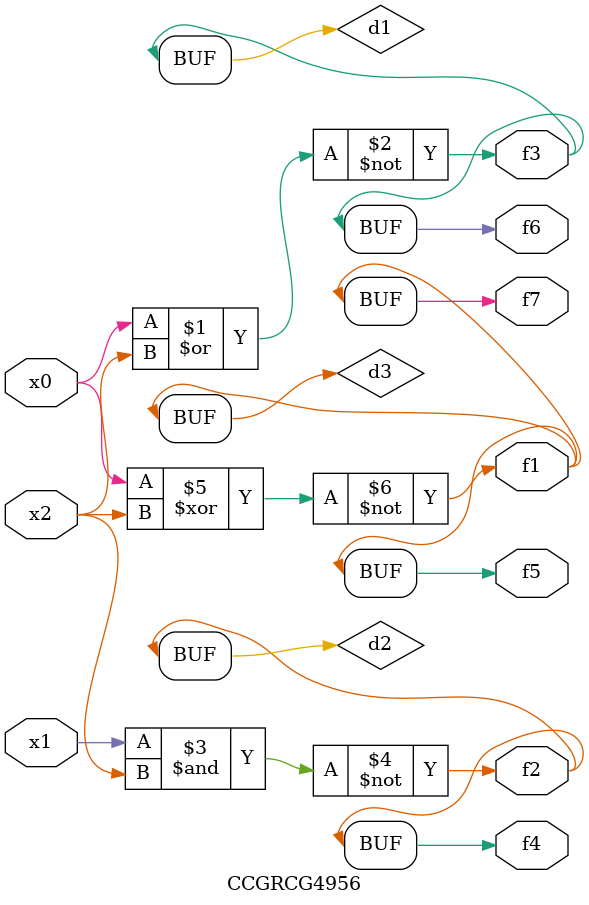
<source format=v>
module CCGRCG4956(
	input x0, x1, x2,
	output f1, f2, f3, f4, f5, f6, f7
);

	wire d1, d2, d3;

	nor (d1, x0, x2);
	nand (d2, x1, x2);
	xnor (d3, x0, x2);
	assign f1 = d3;
	assign f2 = d2;
	assign f3 = d1;
	assign f4 = d2;
	assign f5 = d3;
	assign f6 = d1;
	assign f7 = d3;
endmodule

</source>
